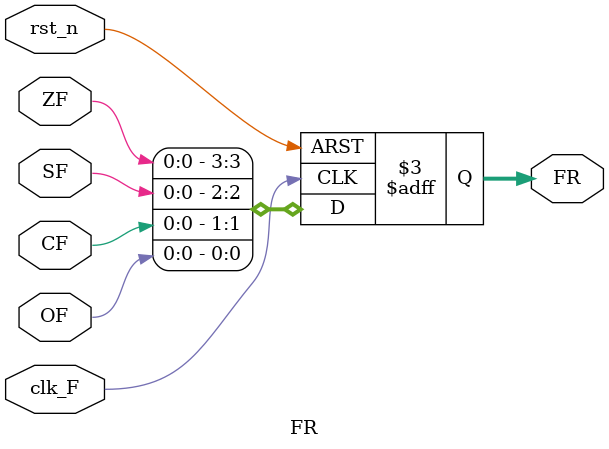
<source format=v>
`timescale 1ns / 1ps


module FR(clk_F,rst_n,ZF,SF,CF,OF,FR);//FR±êÖ¾¼Ä´æÆ÷
   input clk_F;
   input rst_n;
   input ZF,SF,CF,OF;
   output reg [3:0]FR;
   always@(negedge rst_n or posedge clk_F)
   begin 
      if(!rst_n)
         FR<=4'b0;
      else
         begin
            FR[3]=ZF;
            FR[2]=SF;
            FR[1]=CF;
            FR[0]=OF;
         end
   end
endmodule
</source>
